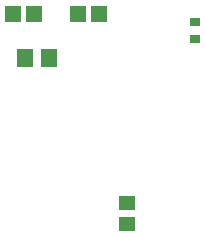
<source format=gtp>
%FSLAX25Y25*%
%MOIN*%
G70*
G01*
G75*
G04 Layer_Color=8421504*
%ADD10R,0.05512X0.04724*%
%ADD11R,0.05512X0.05512*%
%ADD12R,0.05512X0.05906*%
%ADD13R,0.03543X0.02756*%
%ADD14C,0.02500*%
%ADD15C,0.01000*%
%ADD16C,0.16000*%
%ADD17R,0.05906X0.05906*%
%ADD18C,0.05906*%
%ADD19C,0.05512*%
%ADD20R,0.05906X0.05906*%
%ADD21C,0.04724*%
%ADD22C,0.12992*%
%ADD23C,0.00787*%
%ADD24C,0.00984*%
%ADD25C,0.02362*%
%ADD26C,0.00098*%
%ADD27C,0.00098*%
D10*
X218000Y7957D02*
D03*
Y15043D02*
D03*
D11*
X187043Y78000D02*
D03*
X179957D02*
D03*
X208543D02*
D03*
X201457D02*
D03*
D12*
X191937Y63500D02*
D03*
X184063D02*
D03*
D13*
X240500Y69547D02*
D03*
Y75453D02*
D03*
M02*

</source>
